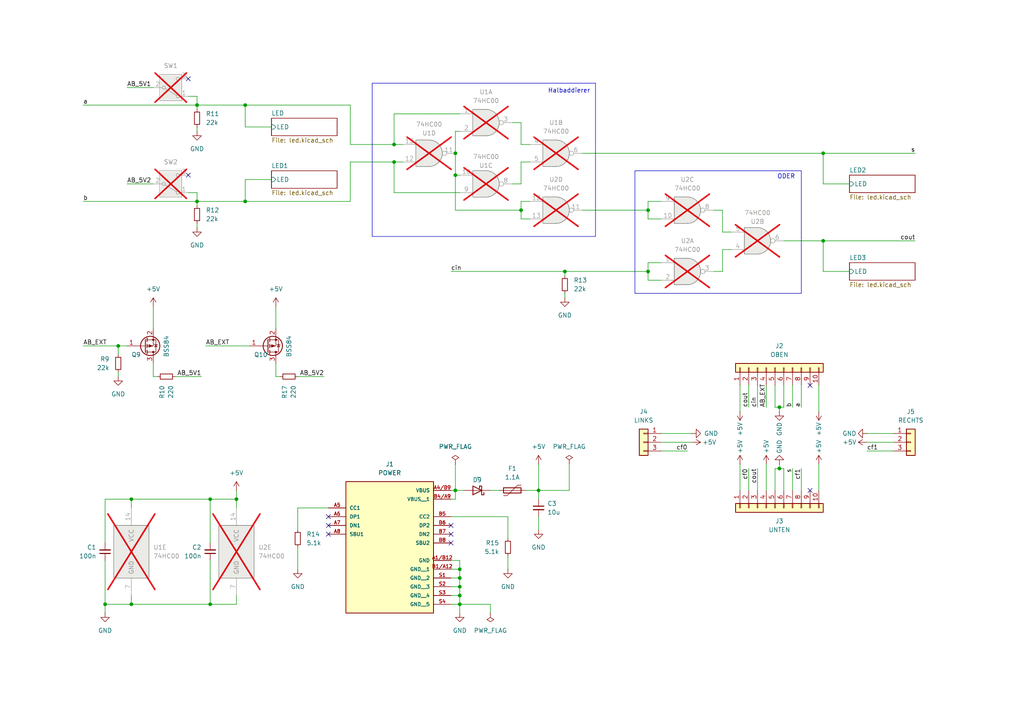
<source format=kicad_sch>
(kicad_sch (version 20250114) (generator "eeschema") (generator_version "9.0")
  (paper "A4")
  (title_block (title "Half Adder PCB") (date "2025-04-10") (rev "1.0") (company "KCH") (comment 1 "KIT - ITIV") (comment 2 "Johannes Pfau"))
  (lib_symbols
    (symbol "74xx:74HC00" (pin_names (offset 1.016))
      (property "Reference" "U" (at 0 1.27 0))
      (property "Value" "74HC00" (at 0 -1.27 0))
      (symbol "74HC00_1_1"
        (arc (start 0 3.81) (mid 3.7934 0) (end 0 -3.81) (stroke (width 0.254)) (fill (type background)))
        (polyline (pts (xy 0 3.81) (xy -3.81 3.81) (xy -3.81 -3.81) (xy 0 -3.81)) (stroke (width 0.254)) (fill (type background)))
        (pin input line (at -7.62 2.54 0) (length 3.81) (name "~") (number "1"))
        (pin input line (at -7.62 -2.54 0) (length 3.81) (name "~") (number "2"))
        (pin output inverted (at 7.62 0 180) (length 3.81) (name "~") (number "3"))
      )
      (symbol "74HC00_1_2"
        (arc (start -3.81 3.81) (mid -2.589 0) (end -3.81 -3.81) (stroke (width 0.254)))
        (polyline (pts (xy -3.81 3.81) (xy -0.635 3.81)) (stroke (width 0.254)) (fill (type background)))
        (polyline (pts (xy -3.81 -3.81) (xy -0.635 -3.81)) (stroke (width 0.254)) (fill (type background)))
        (arc (start 3.81 0) (mid 2.1855 -2.584) (end -0.6096 -3.81) (stroke (width 0.254)) (fill (type background)))
        (arc (start -0.6096 3.81) (mid 2.1928 2.5924) (end 3.81 0) (stroke (width 0.254)) (fill (type background)))
        (polyline (pts (xy -0.635 3.81) (xy -3.81 3.81) (xy -3.81 3.81) (xy -3.556 3.4036) (xy -3.0226 2.2606) (xy -2.6924 1.0414) (xy -2.6162 -0.254) (xy -2.7686 -1.4986) (xy -3.175 -2.7178) (xy -3.81 -3.81) (xy -3.81 -3.81) (xy -0.635 -3.81)) (stroke (width -25.4)) (fill (type background)))
        (pin input inverted (at -7.62 2.54 0) (length 4.318) (name "~") (number "1"))
        (pin input inverted (at -7.62 -2.54 0) (length 4.318) (name "~") (number "2"))
        (pin output line (at 7.62 0 180) (length 3.81) (name "~") (number "3"))
      )
      (symbol "74HC00_2_1"
        (arc (start 0 3.81) (mid 3.7934 0) (end 0 -3.81) (stroke (width 0.254)) (fill (type background)))
        (polyline (pts (xy 0 3.81) (xy -3.81 3.81) (xy -3.81 -3.81) (xy 0 -3.81)) (stroke (width 0.254)) (fill (type background)))
        (pin input line (at -7.62 2.54 0) (length 3.81) (name "~") (number "4"))
        (pin input line (at -7.62 -2.54 0) (length 3.81) (name "~") (number "5"))
        (pin output inverted (at 7.62 0 180) (length 3.81) (name "~") (number "6"))
      )
      (symbol "74HC00_2_2"
        (arc (start -3.81 3.81) (mid -2.589 0) (end -3.81 -3.81) (stroke (width 0.254)))
        (polyline (pts (xy -3.81 3.81) (xy -0.635 3.81)) (stroke (width 0.254)) (fill (type background)))
        (polyline (pts (xy -3.81 -3.81) (xy -0.635 -3.81)) (stroke (width 0.254)) (fill (type background)))
        (arc (start 3.81 0) (mid 2.1855 -2.584) (end -0.6096 -3.81) (stroke (width 0.254)) (fill (type background)))
        (arc (start -0.6096 3.81) (mid 2.1928 2.5924) (end 3.81 0) (stroke (width 0.254)) (fill (type background)))
        (polyline (pts (xy -0.635 3.81) (xy -3.81 3.81) (xy -3.81 3.81) (xy -3.556 3.4036) (xy -3.0226 2.2606) (xy -2.6924 1.0414) (xy -2.6162 -0.254) (xy -2.7686 -1.4986) (xy -3.175 -2.7178) (xy -3.81 -3.81) (xy -3.81 -3.81) (xy -0.635 -3.81)) (stroke (width -25.4)) (fill (type background)))
        (pin input inverted (at -7.62 2.54 0) (length 4.318) (name "~") (number "4"))
        (pin input inverted (at -7.62 -2.54 0) (length 4.318) (name "~") (number "5"))
        (pin output line (at 7.62 0 180) (length 3.81) (name "~") (number "6"))
      )
      (symbol "74HC00_3_1"
        (arc (start 0 3.81) (mid 3.7934 0) (end 0 -3.81) (stroke (width 0.254)) (fill (type background)))
        (polyline (pts (xy 0 3.81) (xy -3.81 3.81) (xy -3.81 -3.81) (xy 0 -3.81)) (stroke (width 0.254)) (fill (type background)))
        (pin input line (at -7.62 2.54 0) (length 3.81) (name "~") (number "9"))
        (pin input line (at -7.62 -2.54 0) (length 3.81) (name "~") (number "10"))
        (pin output inverted (at 7.62 0 180) (length 3.81) (name "~") (number "8"))
      )
      (symbol "74HC00_3_2"
        (arc (start -3.81 3.81) (mid -2.589 0) (end -3.81 -3.81) (stroke (width 0.254)))
        (polyline (pts (xy -3.81 3.81) (xy -0.635 3.81)) (stroke (width 0.254)) (fill (type background)))
        (polyline (pts (xy -3.81 -3.81) (xy -0.635 -3.81)) (stroke (width 0.254)) (fill (type background)))
        (arc (start 3.81 0) (mid 2.1855 -2.584) (end -0.6096 -3.81) (stroke (width 0.254)) (fill (type background)))
        (arc (start -0.6096 3.81) (mid 2.1928 2.5924) (end 3.81 0) (stroke (width 0.254)) (fill (type background)))
        (polyline (pts (xy -0.635 3.81) (xy -3.81 3.81) (xy -3.81 3.81) (xy -3.556 3.4036) (xy -3.0226 2.2606) (xy -2.6924 1.0414) (xy -2.6162 -0.254) (xy -2.7686 -1.4986) (xy -3.175 -2.7178) (xy -3.81 -3.81) (xy -3.81 -3.81) (xy -0.635 -3.81)) (stroke (width -25.4)) (fill (type background)))
        (pin input inverted (at -7.62 2.54 0) (length 4.318) (name "~") (number "9"))
        (pin input inverted (at -7.62 -2.54 0) (length 4.318) (name "~") (number "10"))
        (pin output line (at 7.62 0 180) (length 3.81) (name "~") (number "8"))
      )
      (symbol "74HC00_4_1"
        (arc (start 0 3.81) (mid 3.7934 0) (end 0 -3.81) (stroke (width 0.254)) (fill (type background)))
        (polyline (pts (xy 0 3.81) (xy -3.81 3.81) (xy -3.81 -3.81) (xy 0 -3.81)) (stroke (width 0.254)) (fill (type background)))
        (pin input line (at -7.62 2.54 0) (length 3.81) (name "~") (number "12"))
        (pin input line (at -7.62 -2.54 0) (length 3.81) (name "~") (number "13"))
        (pin output inverted (at 7.62 0 180) (length 3.81) (name "~") (number "11"))
      )
      (symbol "74HC00_4_2"
        (arc (start -3.81 3.81) (mid -2.589 0) (end -3.81 -3.81) (stroke (width 0.254)))
        (polyline (pts (xy -3.81 3.81) (xy -0.635 3.81)) (stroke (width 0.254)) (fill (type background)))
        (polyline (pts (xy -3.81 -3.81) (xy -0.635 -3.81)) (stroke (width 0.254)) (fill (type background)))
        (arc (start 3.81 0) (mid 2.1855 -2.584) (end -0.6096 -3.81) (stroke (width 0.254)) (fill (type background)))
        (arc (start -0.6096 3.81) (mid 2.1928 2.5924) (end 3.81 0) (stroke (width 0.254)) (fill (type background)))
        (polyline (pts (xy -0.635 3.81) (xy -3.81 3.81) (xy -3.81 3.81) (xy -3.556 3.4036) (xy -3.0226 2.2606) (xy -2.6924 1.0414) (xy -2.6162 -0.254) (xy -2.7686 -1.4986) (xy -3.175 -2.7178) (xy -3.81 -3.81) (xy -3.81 -3.81) (xy -0.635 -3.81)) (stroke (width -25.4)) (fill (type background)))
        (pin input inverted (at -7.62 2.54 0) (length 4.318) (name "~") (number "12"))
        (pin input inverted (at -7.62 -2.54 0) (length 4.318) (name "~") (number "13"))
        (pin output line (at 7.62 0 180) (length 3.81) (name "~") (number "11"))
      )
      (symbol "74HC00_5_0"
        (pin power_in line (at 0 12.7 270) (length 5.08) (name "VCC") (number "14"))
        (pin power_in line (at 0 -12.7 90) (length 5.08) (name "GND") (number "7"))
      )
      (symbol "74HC00_5_1"
        (rectangle (start -5.08 7.62) (end 5.08 -7.62) (stroke (width 0.254)) (fill (type background)))
      )
    )
    (symbol "Connector_Generic:Conn_01x03" (pin_names (offset 1.016) (hide yes))
      (property "Reference" "J" (at 0 5.08 0))
      (property "Value" "Conn_01x03" (at 0 -5.08 0))
      (symbol "Conn_01x03_1_1"
        (rectangle (start -1.27 3.81) (end 1.27 -3.81) (stroke (width 0.254)) (fill (type background)))
        (rectangle (start -1.27 2.667) (end 0 2.413) (stroke (width 0.1524)))
        (rectangle (start -1.27 0.127) (end 0 -0.127) (stroke (width 0.1524)))
        (rectangle (start -1.27 -2.413) (end 0 -2.667) (stroke (width 0.1524)))
        (pin passive line (at -5.08 2.54 0) (length 3.81) (name "Pin_1") (number "1"))
        (pin passive line (at -5.08 0 0) (length 3.81) (name "Pin_2") (number "2"))
        (pin passive line (at -5.08 -2.54 0) (length 3.81) (name "Pin_3") (number "3"))
      )
    )
    (symbol "Connector_Generic:Conn_01x10" (pin_names (offset 1.016) (hide yes))
      (property "Reference" "J" (at 0 12.7 0))
      (property "Value" "Conn_01x10" (at 0 -15.24 0))
      (symbol "Conn_01x10_1_1"
        (rectangle (start -1.27 11.43) (end 1.27 -13.97) (stroke (width 0.254)) (fill (type background)))
        (rectangle (start -1.27 10.287) (end 0 10.033) (stroke (width 0.1524)))
        (rectangle (start -1.27 7.747) (end 0 7.493) (stroke (width 0.1524)))
        (rectangle (start -1.27 5.207) (end 0 4.953) (stroke (width 0.1524)))
        (rectangle (start -1.27 2.667) (end 0 2.413) (stroke (width 0.1524)))
        (rectangle (start -1.27 0.127) (end 0 -0.127) (stroke (width 0.1524)))
        (rectangle (start -1.27 -2.413) (end 0 -2.667) (stroke (width 0.1524)))
        (rectangle (start -1.27 -4.953) (end 0 -5.207) (stroke (width 0.1524)))
        (rectangle (start -1.27 -7.493) (end 0 -7.747) (stroke (width 0.1524)))
        (rectangle (start -1.27 -10.033) (end 0 -10.287) (stroke (width 0.1524)))
        (rectangle (start -1.27 -12.573) (end 0 -12.827) (stroke (width 0.1524)))
        (pin passive line (at -5.08 10.16 0) (length 3.81) (name "Pin_1") (number "1"))
        (pin passive line (at -5.08 7.62 0) (length 3.81) (name "Pin_2") (number "2"))
        (pin passive line (at -5.08 5.08 0) (length 3.81) (name "Pin_3") (number "3"))
        (pin passive line (at -5.08 2.54 0) (length 3.81) (name "Pin_4") (number "4"))
        (pin passive line (at -5.08 0 0) (length 3.81) (name "Pin_5") (number "5"))
        (pin passive line (at -5.08 -2.54 0) (length 3.81) (name "Pin_6") (number "6"))
        (pin passive line (at -5.08 -5.08 0) (length 3.81) (name "Pin_7") (number "7"))
        (pin passive line (at -5.08 -7.62 0) (length 3.81) (name "Pin_8") (number "8"))
        (pin passive line (at -5.08 -10.16 0) (length 3.81) (name "Pin_9") (number "9"))
        (pin passive line (at -5.08 -12.7 0) (length 3.81) (name "Pin_10") (number "10"))
      )
    )
    (symbol "Device:C_Small" (pin_numbers (hide yes)) (pin_names (offset 0.254) (hide yes))
      (property "Reference" "C" (at 0.254 1.778 0))
      (property "Value" "C_Small" (at 0.254 -2.032 0))
      (symbol "C_Small_0_1"
        (polyline (pts (xy -1.524 0.508) (xy 1.524 0.508)) (stroke (width 0.3048)))
        (polyline (pts (xy -1.524 -0.508) (xy 1.524 -0.508)) (stroke (width 0.3302)))
      )
      (symbol "C_Small_1_1"
        (pin passive line (at 0 2.54 270) (length 2.032) (name "~") (number "1"))
        (pin passive line (at 0 -2.54 90) (length 2.032) (name "~") (number "2"))
      )
    )
    (symbol "Device:Polyfuse" (pin_numbers (hide yes)) (pin_names (offset 0))
      (property "Reference" "F" (at -2.54 0 90))
      (property "Value" "Polyfuse" (at 2.54 0 90))
      (symbol "Polyfuse_0_1"
        (polyline (pts (xy -1.524 2.54) (xy -1.524 1.524) (xy 1.524 -1.524) (xy 1.524 -2.54)))
        (rectangle (start -0.762 2.54) (end 0.762 -2.54) (stroke (width 0.254)))
        (polyline (pts (xy 0 2.54) (xy 0 -2.54)))
      )
      (symbol "Polyfuse_1_1"
        (pin passive line (at 0 3.81 270) (length 1.27) (name "~") (number "1"))
        (pin passive line (at 0 -3.81 90) (length 1.27) (name "~") (number "2"))
      )
    )
    (symbol "Device:R_Small" (pin_numbers (hide yes)) (pin_names (offset 0.254) (hide yes))
      (property "Reference" "R" (at 0 0 90))
      (property "Value" "R_Small" (at 1.778 0 90))
      (symbol "R_Small_0_1"
        (rectangle (start -0.762 1.778) (end 0.762 -1.778) (stroke (width 0.2032)))
      )
      (symbol "R_Small_1_1"
        (pin passive line (at 0 2.54 270) (length 0.762) (name "~") (number "1"))
        (pin passive line (at 0 -2.54 90) (length 0.762) (name "~") (number "2"))
      )
    )
    (symbol "Diode:B120-E3" (pin_numbers (hide yes)) (pin_names (hide yes))
      (property "Reference" "D" (at 0 2.54 0))
      (property "Value" "B120-E3" (at 0 -2.54 0))
      (symbol "B120-E3_0_1"
        (polyline (pts (xy -1.905 0.635) (xy -1.905 1.27) (xy -1.27 1.27) (xy -1.27 -1.27) (xy -0.635 -1.27) (xy -0.635 -0.635)) (stroke (width 0.254)))
        (polyline (pts (xy 1.27 1.27) (xy 1.27 -1.27) (xy -1.27 0) (xy 1.27 1.27)) (stroke (width 0.254)))
        (polyline (pts (xy 1.27 0) (xy -1.27 0)))
      )
      (symbol "B120-E3_1_1"
        (pin passive line (at -3.81 0 0) (length 2.54) (name "K") (number "1"))
        (pin passive line (at 3.81 0 180) (length 2.54) (name "A") (number "2"))
      )
    )
    (symbol "Switch:SW_SPDT" (pin_names (offset 0) (hide yes))
      (property "Reference" "SW" (at 0 5.08 0))
      (property "Value" "SW_SPDT" (at 0 -5.08 0))
      (symbol "SW_SPDT_0_1"
        (circle (center -2.032 0) (radius 0.4572))
        (polyline (pts (xy -1.651 0.254) (xy 1.651 2.286)))
        (circle (center 2.032 2.54) (radius 0.4572))
        (circle (center 2.032 -2.54) (radius 0.4572))
      )
      (symbol "SW_SPDT_1_1"
        (rectangle (start -3.175 3.81) (end 3.175 -3.81) (fill (type background)))
        (pin passive line (at -5.08 0 0) (length 2.54) (name "B") (number "2"))
        (pin passive line (at 5.08 2.54 180) (length 2.54) (name "A") (number "1"))
        (pin passive line (at 5.08 -2.54 180) (length 2.54) (name "C") (number "3"))
      )
    )
    (symbol "Transistor_FET:BSS84" (pin_names (hide yes))
      (property "Reference" "Q" (at 5.08 1.905 0))
      (property "Value" "BSS84" (at 5.08 0 0))
      (symbol "BSS84_0_1"
        (polyline (pts (xy 0.254 1.905) (xy 0.254 -1.905)) (stroke (width 0.254)))
        (polyline (pts (xy 0.254 0) (xy -2.54 0)))
        (polyline (pts (xy 0.762 2.286) (xy 0.762 1.27)) (stroke (width 0.254)))
        (polyline (pts (xy 0.762 1.778) (xy 3.302 1.778) (xy 3.302 -1.778) (xy 0.762 -1.778)))
        (polyline (pts (xy 0.762 0.508) (xy 0.762 -0.508)) (stroke (width 0.254)))
        (polyline (pts (xy 0.762 -1.27) (xy 0.762 -2.286)) (stroke (width 0.254)))
        (circle (center 1.651 0) (radius 2.794) (stroke (width 0.254)))
        (polyline (pts (xy 2.286 0) (xy 1.27 0.381) (xy 1.27 -0.381) (xy 2.286 0)) (fill (type outline)))
        (polyline (pts (xy 2.54 2.54) (xy 2.54 1.778)))
        (circle (center 2.54 1.778) (radius 0.254) (fill (type outline)))
        (circle (center 2.54 -1.778) (radius 0.254) (fill (type outline)))
        (polyline (pts (xy 2.54 -2.54) (xy 2.54 0) (xy 0.762 0)))
        (polyline (pts (xy 2.794 -0.508) (xy 2.921 -0.381) (xy 3.683 -0.381) (xy 3.81 -0.254)))
        (polyline (pts (xy 3.302 -0.381) (xy 2.921 0.254) (xy 3.683 0.254) (xy 3.302 -0.381)))
      )
      (symbol "BSS84_1_1"
        (pin input line (at -5.08 0 0) (length 2.54) (name "G") (number "1"))
        (pin passive line (at 2.54 5.08 270) (length 2.54) (name "D") (number "3"))
        (pin passive line (at 2.54 -5.08 90) (length 2.54) (name "S") (number "2"))
      )
    )
    (symbol "power:+5V" (power) (pin_numbers (hide yes)) (pin_names (offset 0) (hide yes))
      (property "Value" "+5V" (at 0 3.556 0))
      (symbol "+5V_0_1"
        (polyline (pts (xy -0.762 1.27) (xy 0 2.54)))
        (polyline (pts (xy 0 2.54) (xy 0.762 1.27)))
        (polyline (pts (xy 0 0) (xy 0 2.54)))
      )
      (symbol "+5V_1_1"
        (pin power_in line (at 0 0 90) (length 0) (name "~") (number "1"))
      )
    )
    (symbol "power:GND" (power) (pin_numbers (hide yes)) (pin_names (offset 0) (hide yes))
      (property "Value" "GND" (at 0 -3.81 0))
      (symbol "GND_0_1"
        (polyline (pts (xy 0 0) (xy 0 -1.27) (xy 1.27 -1.27) (xy 0 -2.54) (xy -1.27 -1.27) (xy 0 -1.27)))
      )
      (symbol "GND_1_1"
        (pin power_in line (at 0 0 270) (length 0) (name "~") (number "1"))
      )
    )
    (symbol "power:PWR_FLAG" (power) (pin_numbers (hide yes)) (pin_names (offset 0) (hide yes))
      (property "Value" "PWR_FLAG" (at 0 3.81 0))
      (symbol "PWR_FLAG_0_0"
        (pin power_out line (at 0 0 90) (length 0) (name "~") (number "1"))
      )
      (symbol "PWR_FLAG_0_1"
        (polyline (pts (xy 0 0) (xy 0 1.27) (xy -1.016 1.905) (xy 0 2.54) (xy 1.016 1.905) (xy 0 1.27)))
      )
    )
    (symbol "snapeda:USB4110-GF-A_REVB" (pin_names (offset 1.016))
      (property "Reference" "J" (at -12.7 11.43 0))
      (property "Value" "USB4110-GF-A_REVB" (at -12.7 -30.48 0))
      (symbol "USB4110-GF-A_REVB_0_0"
        (rectangle (start -12.7 -27.94) (end 12.7 10.16) (stroke (width 0.254)) (fill (type background)))
        (pin bidirectional line (at -17.78 2.54 0) (length 5.08) (name "CC1") (number "A5"))
        (pin bidirectional line (at -17.78 0 0) (length 5.08) (name "DP1") (number "A6"))
        (pin bidirectional line (at -17.78 -2.54 0) (length 5.08) (name "DN1") (number "A7"))
        (pin bidirectional line (at -17.78 -5.08 0) (length 5.08) (name "SBU1") (number "A8"))
        (pin power_in line (at 17.78 7.62 180) (length 5.08) (name "VBUS") (number "A4/B9"))
        (pin power_in line (at 17.78 5.08 180) (length 5.08) (name "VBUS__1") (number "B4/A9"))
        (pin bidirectional line (at 17.78 0 180) (length 5.08) (name "CC2") (number "B5"))
        (pin bidirectional line (at 17.78 -2.54 180) (length 5.08) (name "DP2") (number "B6"))
        (pin bidirectional line (at 17.78 -5.08 180) (length 5.08) (name "DN2") (number "B7"))
        (pin bidirectional line (at 17.78 -7.62 180) (length 5.08) (name "SBU2") (number "B8"))
        (pin power_in line (at 17.78 -12.7 180) (length 5.08) (name "GND") (number "A1/B12"))
        (pin power_in line (at 17.78 -15.24 180) (length 5.08) (name "GND__1") (number "B1/A12"))
        (pin power_in line (at 17.78 -17.78 180) (length 5.08) (name "GND__2") (number "S1"))
        (pin power_in line (at 17.78 -20.32 180) (length 5.08) (name "GND__3") (number "S2"))
        (pin power_in line (at 17.78 -22.86 180) (length 5.08) (name "GND__4") (number "S3"))
        (pin power_in line (at 17.78 -25.4 180) (length 5.08) (name "GND__5") (number "S4"))
      )
    )
  )
  (rectangle (start 184.15 49.53) (end 232.41 85.09))
  (rectangle (start 107.95 24.13) (end 172.72 68.58))
  (text "Halbaddierer" (at 171.196 26.416 0) (effects (font (size 1.27 1.27)) (justify right)))
  (text "ODER" (at 230.632 51.308 0) (effects (font (size 1.27 1.27)) (justify right)))
  (junction (at 187.96 60.96))
  (junction (at 133.35 172.72))
  (junction (at 132.08 50.8))
  (junction (at 133.35 165.1))
  (junction (at 133.35 170.18))
  (junction (at 38.1 144.78))
  (junction (at 34.29 100.33))
  (junction (at 156.21 142.24))
  (junction (at 30.48 175.26))
  (junction (at 114.3 46.99))
  (junction (at 226.06 118.11))
  (junction (at 38.1 175.26))
  (junction (at 133.35 167.64))
  (junction (at 151.13 60.96))
  (junction (at 226.06 135.89))
  (junction (at 187.96 78.74))
  (junction (at 57.15 30.48))
  (junction (at 60.96 144.78))
  (junction (at 133.35 175.26))
  (junction (at 132.08 142.24))
  (junction (at 71.12 30.48))
  (junction (at 68.58 144.78))
  (junction (at 132.08 44.45))
  (junction (at 71.12 58.42))
  (junction (at 60.96 175.26))
  (junction (at 238.76 69.85))
  (junction (at 57.15 58.42))
  (junction (at 238.76 44.45))
  (junction (at 163.83 78.74))
  (junction (at 114.3 41.91))
  (no_connect (at 130.81 157.48))
  (no_connect (at 54.61 22.86))
  (no_connect (at 95.25 149.86))
  (no_connect (at 234.95 142.24))
  (no_connect (at 54.61 50.8))
  (no_connect (at 234.95 111.76))
  (no_connect (at 130.81 154.94))
  (no_connect (at 130.81 152.4))
  (no_connect (at 95.25 154.94))
  (no_connect (at 95.25 152.4))
  (wire (pts (xy 114.3 55.88) (xy 114.3 46.99)))
  (wire (pts (xy 78.74 36.83) (xy 71.12 36.83)))
  (wire (pts (xy 163.83 78.74) (xy 187.96 78.74)))
  (wire (pts (xy 86.36 147.32) (xy 86.36 153.67)))
  (wire (pts (xy 54.61 27.94) (xy 57.15 27.94)))
  (wire (pts (xy 36.83 25.4) (xy 44.45 25.4)))
  (wire (pts (xy 30.48 175.26) (xy 30.48 177.8)))
  (wire (pts (xy 156.21 149.86) (xy 156.21 153.67)))
  (wire (pts (xy 133.35 175.26) (xy 142.24 175.26)))
  (wire (pts (xy 229.87 111.76) (xy 229.87 118.11)))
  (wire (pts (xy 44.45 105.41) (xy 44.45 109.22)))
  (wire (pts (xy 251.46 130.81) (xy 259.08 130.81)))
  (wire (pts (xy 38.1 175.26) (xy 60.96 175.26)))
  (wire (pts (xy 130.81 149.86) (xy 147.32 149.86)))
  (wire (pts (xy 30.48 157.48) (xy 30.48 144.78)))
  (wire (pts (xy 132.08 44.45) (xy 132.08 50.8)))
  (wire (pts (xy 207.01 60.96) (xy 209.55 60.96)))
  (wire (pts (xy 163.83 85.09) (xy 163.83 86.36)))
  (wire (pts (xy 153.67 46.99) (xy 151.13 46.99)))
  (wire (pts (xy 187.96 63.5) (xy 191.77 63.5)))
  (wire (pts (xy 165.1 134.62) (xy 165.1 142.24)))
  (wire (pts (xy 226.06 135.89) (xy 226.06 134.62)))
  (wire (pts (xy 130.81 167.64) (xy 133.35 167.64)))
  (wire (pts (xy 226.06 118.11) (xy 226.06 119.38)))
  (wire (pts (xy 209.55 72.39) (xy 212.09 72.39)))
  (wire (pts (xy 34.29 107.95) (xy 34.29 109.22)))
  (wire (pts (xy 214.63 111.76) (xy 214.63 119.38)))
  (wire (pts (xy 214.63 142.24) (xy 214.63 134.62)))
  (wire (pts (xy 133.35 162.56) (xy 133.35 165.1)))
  (wire (pts (xy 24.13 30.48) (xy 57.15 30.48)))
  (wire (pts (xy 152.4 142.24) (xy 156.21 142.24)))
  (wire (pts (xy 227.33 69.85) (xy 238.76 69.85)))
  (wire (pts (xy 132.08 142.24) (xy 134.62 142.24)))
  (wire (pts (xy 219.71 142.24) (xy 219.71 135.89)))
  (wire (pts (xy 133.35 175.26) (xy 133.35 177.8)))
  (wire (pts (xy 86.36 158.75) (xy 86.36 165.1)))
  (wire (pts (xy 191.77 58.42) (xy 187.96 58.42)))
  (wire (pts (xy 57.15 30.48) (xy 57.15 31.75)))
  (wire (pts (xy 57.15 64.77) (xy 57.15 66.04)))
  (wire (pts (xy 151.13 53.34) (xy 148.59 53.34)))
  (wire (pts (xy 114.3 46.99) (xy 116.84 46.99)))
  (wire (pts (xy 151.13 41.91) (xy 153.67 41.91)))
  (wire (pts (xy 156.21 142.24) (xy 156.21 144.78)))
  (wire (pts (xy 209.55 78.74) (xy 209.55 72.39)))
  (wire (pts (xy 57.15 55.88) (xy 57.15 58.42)))
  (wire (pts (xy 187.96 78.74) (xy 187.96 81.28)))
  (wire (pts (xy 229.87 142.24) (xy 229.87 135.89)))
  (wire (pts (xy 57.15 58.42) (xy 57.15 59.69)))
  (wire (pts (xy 246.38 53.34) (xy 238.76 53.34)))
  (wire (pts (xy 132.08 134.62) (xy 132.08 142.24)))
  (wire (pts (xy 57.15 58.42) (xy 71.12 58.42)))
  (wire (pts (xy 132.08 38.1) (xy 132.08 44.45)))
  (wire (pts (xy 209.55 60.96) (xy 209.55 67.31)))
  (wire (pts (xy 147.32 149.86) (xy 147.32 156.21)))
  (wire (pts (xy 30.48 144.78) (xy 38.1 144.78)))
  (wire (pts (xy 163.83 78.74) (xy 163.83 80.01)))
  (wire (pts (xy 133.35 55.88) (xy 114.3 55.88)))
  (wire (pts (xy 187.96 58.42) (xy 187.96 60.96)))
  (wire (pts (xy 133.35 165.1) (xy 133.35 167.64)))
  (wire (pts (xy 142.24 175.26) (xy 142.24 177.8)))
  (wire (pts (xy 165.1 142.24) (xy 156.21 142.24)))
  (wire (pts (xy 217.17 142.24) (xy 217.17 135.89)))
  (wire (pts (xy 68.58 175.26) (xy 68.58 172.72)))
  (wire (pts (xy 151.13 35.56) (xy 151.13 41.91)))
  (wire (pts (xy 156.21 134.62) (xy 156.21 142.24)))
  (wire (pts (xy 132.08 38.1) (xy 133.35 38.1)))
  (wire (pts (xy 187.96 60.96) (xy 187.96 63.5)))
  (wire (pts (xy 217.17 111.76) (xy 217.17 118.11)))
  (wire (pts (xy 60.96 175.26) (xy 68.58 175.26)))
  (wire (pts (xy 238.76 69.85) (xy 265.43 69.85)))
  (wire (pts (xy 238.76 44.45) (xy 265.43 44.45)))
  (wire (pts (xy 59.69 100.33) (xy 72.39 100.33)))
  (wire (pts (xy 54.61 55.88) (xy 57.15 55.88)))
  (wire (pts (xy 222.25 142.24) (xy 222.25 134.62)))
  (wire (pts (xy 44.45 109.22) (xy 45.72 109.22)))
  (wire (pts (xy 71.12 58.42) (xy 101.6 58.42)))
  (wire (pts (xy 130.81 162.56) (xy 133.35 162.56)))
  (wire (pts (xy 147.32 161.29) (xy 147.32 165.1)))
  (wire (pts (xy 226.06 118.11) (xy 227.33 118.11)))
  (wire (pts (xy 142.24 142.24) (xy 144.78 142.24)))
  (wire (pts (xy 133.35 172.72) (xy 133.35 175.26)))
  (wire (pts (xy 251.46 128.27) (xy 259.08 128.27)))
  (wire (pts (xy 151.13 63.5) (xy 153.67 63.5)))
  (wire (pts (xy 30.48 162.56) (xy 30.48 175.26)))
  (wire (pts (xy 191.77 76.2) (xy 187.96 76.2)))
  (wire (pts (xy 30.48 175.26) (xy 38.1 175.26)))
  (wire (pts (xy 224.79 111.76) (xy 224.79 118.11)))
  (wire (pts (xy 60.96 157.48) (xy 60.96 144.78)))
  (wire (pts (xy 130.81 172.72) (xy 133.35 172.72)))
  (wire (pts (xy 80.01 88.9) (xy 80.01 95.25)))
  (wire (pts (xy 130.81 175.26) (xy 133.35 175.26)))
  (wire (pts (xy 227.33 135.89) (xy 226.06 135.89)))
  (wire (pts (xy 80.01 109.22) (xy 81.28 109.22)))
  (wire (pts (xy 200.66 125.73) (xy 191.77 125.73)))
  (wire (pts (xy 68.58 142.24) (xy 68.58 144.78)))
  (wire (pts (xy 237.49 134.62) (xy 237.49 142.24)))
  (wire (pts (xy 130.81 165.1) (xy 133.35 165.1)))
  (wire (pts (xy 71.12 36.83) (xy 71.12 30.48)))
  (wire (pts (xy 50.8 109.22) (xy 58.42 109.22)))
  (wire (pts (xy 44.45 88.9) (xy 44.45 95.25)))
  (wire (pts (xy 101.6 41.91) (xy 114.3 41.91)))
  (wire (pts (xy 101.6 46.99) (xy 114.3 46.99)))
  (wire (pts (xy 219.71 111.76) (xy 219.71 118.11)))
  (wire (pts (xy 114.3 33.02) (xy 114.3 41.91)))
  (wire (pts (xy 187.96 81.28) (xy 191.77 81.28)))
  (wire (pts (xy 168.91 44.45) (xy 238.76 44.45)))
  (wire (pts (xy 38.1 172.72) (xy 38.1 175.26)))
  (wire (pts (xy 224.79 142.24) (xy 224.79 135.89)))
  (wire (pts (xy 227.33 118.11) (xy 227.33 111.76)))
  (wire (pts (xy 34.29 100.33) (xy 36.83 100.33)))
  (wire (pts (xy 246.38 78.74) (xy 238.76 78.74)))
  (wire (pts (xy 38.1 144.78) (xy 60.96 144.78)))
  (wire (pts (xy 57.15 30.48) (xy 71.12 30.48)))
  (wire (pts (xy 101.6 41.91) (xy 101.6 30.48)))
  (wire (pts (xy 71.12 52.07) (xy 71.12 58.42)))
  (wire (pts (xy 60.96 144.78) (xy 68.58 144.78)))
  (wire (pts (xy 34.29 100.33) (xy 34.29 102.87)))
  (wire (pts (xy 224.79 135.89) (xy 226.06 135.89)))
  (wire (pts (xy 238.76 69.85) (xy 238.76 78.74)))
  (wire (pts (xy 133.35 170.18) (xy 133.35 172.72)))
  (wire (pts (xy 130.81 142.24) (xy 132.08 142.24)))
  (wire (pts (xy 238.76 44.45) (xy 238.76 53.34)))
  (wire (pts (xy 24.13 100.33) (xy 34.29 100.33)))
  (wire (pts (xy 224.79 118.11) (xy 226.06 118.11)))
  (wire (pts (xy 133.35 33.02) (xy 114.3 33.02)))
  (wire (pts (xy 227.33 142.24) (xy 227.33 135.89)))
  (wire (pts (xy 101.6 46.99) (xy 101.6 58.42)))
  (wire (pts (xy 132.08 60.96) (xy 132.08 50.8)))
  (wire (pts (xy 130.81 170.18) (xy 133.35 170.18)))
  (wire (pts (xy 232.41 142.24) (xy 232.41 135.89)))
  (wire (pts (xy 148.59 35.56) (xy 151.13 35.56)))
  (wire (pts (xy 200.66 128.27) (xy 191.77 128.27)))
  (wire (pts (xy 130.81 78.74) (xy 163.83 78.74)))
  (wire (pts (xy 95.25 147.32) (xy 86.36 147.32)))
  (wire (pts (xy 86.36 109.22) (xy 93.98 109.22)))
  (wire (pts (xy 187.96 76.2) (xy 187.96 78.74)))
  (wire (pts (xy 151.13 46.99) (xy 151.13 53.34)))
  (wire (pts (xy 207.01 78.74) (xy 209.55 78.74)))
  (wire (pts (xy 57.15 27.94) (xy 57.15 30.48)))
  (wire (pts (xy 209.55 67.31) (xy 212.09 67.31)))
  (wire (pts (xy 114.3 41.91) (xy 116.84 41.91)))
  (wire (pts (xy 36.83 53.34) (xy 44.45 53.34)))
  (wire (pts (xy 24.13 58.42) (xy 57.15 58.42)))
  (wire (pts (xy 71.12 30.48) (xy 101.6 30.48)))
  (wire (pts (xy 80.01 105.41) (xy 80.01 109.22)))
  (wire (pts (xy 38.1 147.32) (xy 38.1 144.78)))
  (wire (pts (xy 153.67 58.42) (xy 151.13 58.42)))
  (wire (pts (xy 222.25 111.76) (xy 222.25 118.11)))
  (wire (pts (xy 199.39 130.81) (xy 191.77 130.81)))
  (wire (pts (xy 133.35 50.8) (xy 132.08 50.8)))
  (wire (pts (xy 151.13 60.96) (xy 151.13 63.5)))
  (wire (pts (xy 68.58 144.78) (xy 68.58 147.32)))
  (wire (pts (xy 151.13 60.96) (xy 132.08 60.96)))
  (wire (pts (xy 151.13 58.42) (xy 151.13 60.96)))
  (wire (pts (xy 232.41 111.76) (xy 232.41 118.11)))
  (wire (pts (xy 237.49 111.76) (xy 237.49 119.38)))
  (wire (pts (xy 57.15 36.83) (xy 57.15 38.1)))
  (wire (pts (xy 130.81 144.78) (xy 132.08 144.78)))
  (wire (pts (xy 168.91 60.96) (xy 187.96 60.96)))
  (wire (pts (xy 132.08 144.78) (xy 132.08 142.24)))
  (wire (pts (xy 251.46 125.73) (xy 259.08 125.73)))
  (wire (pts (xy 78.74 52.07) (xy 71.12 52.07)))
  (wire (pts (xy 133.35 167.64) (xy 133.35 170.18)))
  (wire (pts (xy 60.96 162.56) (xy 60.96 175.26)))
  (label "cin" (at 130.81 78.74 0))
  (label "s" (at 229.87 135.89 270))
  (label "cout" (at 217.17 118.11 90))
  (label "cf1" (at 232.41 135.89 270))
  (label "AB_EXT" (at 59.69 100.33 0))
  (label "AB_5V2" (at 36.83 53.34 0))
  (label "cf0" (at 217.17 135.89 270))
  (label "s" (at 265.43 44.45 180))
  (label "AB_5V2" (at 93.98 109.22 180))
  (label "cout" (at 219.71 135.89 270))
  (label "cout" (at 265.43 69.85 180))
  (label "AB_EXT" (at 222.25 118.11 90))
  (label "b" (at 24.13 58.42 0))
  (label "a" (at 24.13 30.48 0))
  (label "cin" (at 219.71 118.11 90))
  (label "cf0" (at 199.39 130.81 180))
  (label "AB_5V1" (at 58.42 109.22 180))
  (label "b" (at 229.87 118.11 90))
  (label "AB_EXT" (at 24.13 100.33 0))
  (label "AB_5V1" (at 36.83 25.4 0))
  (label "a" (at 232.41 118.11 90))
  (label "cf1" (at 251.46 130.81 0))
  (symbol (lib_id "Switch:SW_SPDT") (at 49.53 25.4 0) (mirror x) (unit 1) (dnp yes)
    (property "Reference" "SW1" (at 49.53 19.05 0))
    (property "Value" "a" (effects (hide yes)))
    (property "Footprint" "Button_Switch_THT:SW_Slide-03_Wuerth-WS-SLTV_10x2.5x6.4_P2.54mm" (effects (hide yes)))
    (property "Description" "Switch, single pole double throw" (effects (hide yes)))
    (property "AILSER_MPN" "ESP1010" (effects (hide yes)))
  )
  (symbol (lib_id "power:+5V") (at 251.46 128.27 90) (unit 1)
    (property "Reference" "#PWR034" (effects (hide yes)))
    (property "Value" "+5V" (at 246.38 128.27 90))
    (property "Description" "Power symbol creates a global label with name \"+5V\"" (effects (hide yes)))
  )
  (symbol (lib_id "Device:R_Small") (at 34.29 105.41 0) (mirror y) (unit 1)
    (property "Reference" "R9" (at 31.75 104.1399 0) (effects (justify left)))
    (property "Value" "22k" (at 31.75 106.6799 0) (effects (justify left)))
    (property "Footprint" "Resistor_SMD:R_0805_2012Metric" (effects (hide yes)))
    (property "Description" "Resistor, small symbol" (effects (hide yes)))
    (property "AILSER_MPN" "22k 0805" (effects (hide yes)))
    (property "LCSC" "C139902" (effects (hide yes)))
  )
  (symbol (lib_id "power:GND") (at 30.48 177.8 0) (unit 1)
    (property "Reference" "#PWR02" (effects (hide yes)))
    (property "Value" "GND" (at 30.48 182.88 0))
    (property "Description" "Power symbol creates a global label with name \"GND\" , ground" (effects (hide yes)))
  )
  (symbol (lib_id "power:+5V") (at 80.01 88.9 0) (unit 1)
    (property "Reference" "#PWR041" (effects (hide yes)))
    (property "Value" "+5V" (at 80.01 83.82 0))
    (property "Description" "Power symbol creates a global label with name \"+5V\"" (effects (hide yes)))
  )
  (symbol (lib_id "power:GND") (at 57.15 38.1 0) (unit 1)
    (property "Reference" "#PWR021" (effects (hide yes)))
    (property "Value" "GND" (at 57.15 43.18 0))
    (property "Description" "Power symbol creates a global label with name \"GND\" , ground" (effects (hide yes)))
  )
  (symbol (lib_id "power:GND") (at 86.36 165.1 0) (mirror y) (unit 1)
    (property "Reference" "#PWR025" (effects (hide yes)))
    (property "Value" "GND" (at 86.36 170.18 0))
    (property "Description" "Power symbol creates a global label with name \"GND\" , ground" (effects (hide yes)))
  )
  (symbol (lib_id "74xx:74HC00") (at 199.39 78.74 0) (unit 1) (dnp yes)
    (property "Reference" "U2" (at 199.3817 69.85 0))
    (property "Value" "74HC00" (at 199.3817 72.39 0))
    (property "Footprint" "Package_DIP:DIP-14_W7.62mm" (effects (hide yes)))
    (property "Datasheet" "http://www.ti.com/lit/gpn/sn74hc00" (effects (hide yes)))
    (property "Description" "quad 2-input NAND gate" (effects (hide yes)))
    (property "AILSER_MPN" "74HC00" (effects (hide yes)))
    (property "MPN" "74HC00" (effects (hide yes)))
  )
  (symbol (lib_id "power:+5V") (at 222.25 134.62 0) (mirror y) (unit 1)
    (property "Reference" "#PWR033" (effects (hide yes)))
    (property "Value" "+5V" (at 222.25 129.54 90))
    (property "Description" "Power symbol creates a global label with name \"+5V\"" (effects (hide yes)))
  )
  (symbol (lib_id "74xx:74HC00") (at 124.46 44.45 0) (mirror x) (unit 4) (dnp yes)
    (property "Reference" "U1" (at 124.46 38.608 0))
    (property "Value" "74HC00" (at 124.46 36.068 0))
    (property "Footprint" "Package_DIP:DIP-14_W7.62mm" (effects (hide yes)))
    (property "Datasheet" "http://www.ti.com/lit/gpn/sn74hc00" (effects (hide yes)))
    (property "Description" "quad 2-input NAND gate" (effects (hide yes)))
    (property "AILSER_MPN" "74HC00" (effects (hide yes)))
    (property "MPN" "74HC00" (effects (hide yes)))
  )
  (symbol (lib_id "74xx:74HC00") (at 161.29 60.96 0) (unit 4) (dnp yes)
    (property "Reference" "U2" (at 161.2817 52.07 0))
    (property "Value" "74HC00" (at 161.2817 54.61 0))
    (property "Footprint" "Package_DIP:DIP-14_W7.62mm" (effects (hide yes)))
    (property "Datasheet" "http://www.ti.com/lit/gpn/sn74hc00" (effects (hide yes)))
    (property "Description" "quad 2-input NAND gate" (effects (hide yes)))
    (property "AILSER_MPN" "74HC00" (effects (hide yes)))
    (property "MPN" "74HC00" (effects (hide yes)))
  )
  (symbol (lib_id "74xx:74HC00") (at 140.97 53.34 0) (mirror x) (unit 3) (dnp yes)
    (property "Reference" "U1" (at 140.97 48.006 0))
    (property "Value" "74HC00" (at 140.97 45.466 0))
    (property "Footprint" "Package_DIP:DIP-14_W7.62mm" (effects (hide yes)))
    (property "Datasheet" "http://www.ti.com/lit/gpn/sn74hc00" (effects (hide yes)))
    (property "Description" "quad 2-input NAND gate" (effects (hide yes)))
    (property "AILSER_MPN" "74HC00" (effects (hide yes)))
    (property "MPN" "74HC00" (effects (hide yes)))
  )
  (symbol (lib_id "power:+5V") (at 68.58 142.24 0) (unit 1)
    (property "Reference" "#PWR01" (effects (hide yes)))
    (property "Value" "+5V" (at 68.58 137.16 0))
    (property "Description" "Power symbol creates a global label with name \"+5V\"" (effects (hide yes)))
  )
  (symbol (lib_id "power:+5V") (at 156.21 134.62 0) (unit 1)
    (property "Reference" "#PWR028" (effects (hide yes)))
    (property "Value" "+5V" (at 156.21 129.54 0))
    (property "Description" "Power symbol creates a global label with name \"+5V\"" (effects (hide yes)))
  )
  (symbol (lib_id "Switch:SW_SPDT") (at 49.53 53.34 0) (mirror x) (unit 1) (dnp yes)
    (property "Reference" "SW2" (at 49.53 46.99 0))
    (property "Value" "b" (effects (hide yes)))
    (property "Footprint" "Button_Switch_THT:SW_Slide-03_Wuerth-WS-SLTV_10x2.5x6.4_P2.54mm" (effects (hide yes)))
    (property "Description" "Switch, single pole double throw" (effects (hide yes)))
    (property "AILSER_MPN" "ESP1010" (effects (hide yes)))
  )
  (symbol (lib_id "Connector_Generic:Conn_01x03") (at 186.69 128.27 0) (mirror y) (unit 1)
    (property "Reference" "J4" (at 186.69 119.38 0))
    (property "Value" "LINKS" (at 186.69 121.92 0))
    (property "Footprint" "Connector_PinHeader_2.54mm:PinHeader_1x03_P2.54mm_Horizontal" (effects (hide yes)))
    (property "Description" "Generic connector, single row, 01x03, script generated (kicad-library-utils/schlib/autogen/connector/)" (effects (hide yes)))
    (property "AILSER_MPN" "PH1RB-03-UA" (effects (hide yes)))
    (property "MPN" "PH1RB-03-UA" (effects (hide yes)))
    (property "LCSC" "C492411" (effects (hide yes)))
  )
  (symbol (lib_id "Device:R_Small") (at 48.26 109.22 90) (mirror x) (unit 1)
    (property "Reference" "R10" (at 46.9899 111.76 0) (effects (justify left)))
    (property "Value" "220" (at 49.5299 111.76 0) (effects (justify left)))
    (property "Footprint" "Resistor_SMD:R_0805_2012Metric" (effects (hide yes)))
    (property "Description" "Resistor, small symbol" (effects (hide yes)))
    (property "AILSER_MPN" "220 0805" (effects (hide yes)))
    (property "LCSC" "C2933537" (effects (hide yes)))
  )
  (symbol (lib_id "power:GND") (at 251.46 125.73 270) (unit 1)
    (property "Reference" "#PWR035" (effects (hide yes)))
    (property "Value" "GND" (at 248.412 125.73 90) (effects (justify right)))
    (property "Description" "Power symbol creates a global label with name \"GND\" , ground" (effects (hide yes)))
  )
  (symbol (lib_id "Device:R_Small") (at 57.15 34.29 0) (unit 1)
    (property "Reference" "R11" (at 59.69 33.0199 0) (effects (justify left)))
    (property "Value" "22k" (at 59.69 35.5599 0) (effects (justify left)))
    (property "Footprint" "Resistor_SMD:R_0805_2012Metric" (effects (hide yes)))
    (property "Description" "Resistor, small symbol" (effects (hide yes)))
    (property "AILSER_MPN" "22k 0805" (effects (hide yes)))
    (property "LCSC" "C139902" (effects (hide yes)))
  )
  (symbol (lib_id "Connector_Generic:Conn_01x10") (at 224.79 106.68 90) (unit 1)
    (property "Reference" "J2" (at 226.06 100.33 90))
    (property "Value" "OBEN" (at 226.06 102.87 90))
    (property "Footprint" "Connector_PinSocket_2.54mm:PinSocket_1x10_P2.54mm_Horizontal" (effects (hide yes)))
    (property "Description" "Generic connector, single row, 01x10, script generated (kicad-library-utils/schlib/autogen/connector/)" (effects (hide yes)))
    (property "AILSER_MPN" "PPTC101LGBN-RC" (effects (hide yes)))
    (property "MPN" "PPTC101LGBN-RC" (effects (hide yes)))
    (property "LCSC" "C22438151" (effects (hide yes)))
  )
  (symbol (lib_id "Transistor_FET:BSS84") (at 41.91 100.33 0) (mirror x) (unit 1)
    (property "Reference" "Q9" (at 38.1 102.87 0) (effects (justify left)))
    (property "Value" "BSS84" (at 48.26 97.282 90) (effects (justify left)))
    (property "Footprint" "Package_TO_SOT_SMD:SOT-23" (effects (hide yes)))
    (property "Datasheet" "http://assets.nexperia.com/documents/data-sheet/BSS84.pdf" (effects (hide yes)))
    (property "Description" "-0.13A Id, -50V Vds, P-Channel MOSFET, SOT-23" (effects (hide yes)))
    (property "AILSER_MPN" "BSS84" (effects (hide yes)))
    (property "MPN" "BSS84P" (effects (hide yes)))
    (property "LCSC" " C112238" (effects (hide yes)))
  )
  (symbol (lib_id "power:GND") (at 156.21 153.67 0) (unit 1)
    (property "Reference" "#PWR027" (effects (hide yes)))
    (property "Value" "GND" (at 156.21 158.75 0))
    (property "Description" "Power symbol creates a global label with name \"GND\" , ground" (effects (hide yes)))
  )
  (symbol (lib_id "Device:C_Small") (at 30.48 160.02 0) (mirror x) (unit 1)
    (property "Reference" "C1" (at 27.94 158.7435 0) (effects (justify right)))
    (property "Value" "100n" (at 27.94 161.2835 0) (effects (justify right)))
    (property "Footprint" "Capacitor_SMD:C_0805_2012Metric" (effects (hide yes)))
    (property "Description" "Unpolarized capacitor, small symbol" (effects (hide yes)))
    (property "AILSER_MPN" "100nF 50V X5R 0805" (effects (hide yes)))
    (property "LCSC" "C476766" (effects (hide yes)))
  )
  (symbol (lib_id "power:+5V") (at 214.63 119.38 180) (unit 1)
    (property "Reference" "#PWR029" (effects (hide yes)))
    (property "Value" "+5V" (at 214.63 124.46 90))
    (property "Description" "Power symbol creates a global label with name \"+5V\"" (effects (hide yes)))
  )
  (symbol (lib_id "power:GND") (at 133.35 177.8 0) (unit 1)
    (property "Reference" "#PWR024" (effects (hide yes)))
    (property "Value" "GND" (at 133.35 182.88 0))
    (property "Description" "Power symbol creates a global label with name \"GND\" , ground" (effects (hide yes)))
  )
  (symbol (lib_id "power:+5V") (at 237.49 119.38 180) (unit 1)
    (property "Reference" "#PWR038" (effects (hide yes)))
    (property "Value" "+5V" (at 237.49 124.46 90))
    (property "Description" "Power symbol creates a global label with name \"+5V\"" (effects (hide yes)))
  )
  (symbol (lib_id "power:+5V") (at 237.49 134.62 0) (unit 1)
    (property "Reference" "#PWR039" (effects (hide yes)))
    (property "Value" "+5V" (at 237.49 129.54 90))
    (property "Description" "Power symbol creates a global label with name \"+5V\"" (effects (hide yes)))
  )
  (symbol (lib_id "power:GND") (at 226.06 119.38 0) (unit 1)
    (property "Reference" "#PWR030" (effects (hide yes)))
    (property "Value" "GND" (at 226.06 124.46 90))
    (property "Description" "Power symbol creates a global label with name \"GND\" , ground" (effects (hide yes)))
  )
  (symbol (lib_id "power:GND") (at 147.32 165.1 0) (unit 1)
    (property "Reference" "#PWR026" (effects (hide yes)))
    (property "Value" "GND" (at 147.32 170.18 0))
    (property "Description" "Power symbol creates a global label with name \"GND\" , ground" (effects (hide yes)))
  )
  (symbol (lib_id "power:PWR_FLAG") (at 142.24 177.8 180) (unit 1)
    (property "Reference" "#FLG02" (effects (hide yes)))
    (property "Value" "PWR_FLAG" (at 142.24 182.88 0))
    (property "Description" "Special symbol for telling ERC where power comes from" (effects (hide yes)))
  )
  (symbol (lib_id "power:+5V") (at 200.66 128.27 270) (mirror x) (unit 1)
    (property "Reference" "#PWR036" (effects (hide yes)))
    (property "Value" "+5V" (at 205.74 128.27 90))
    (property "Description" "Power symbol creates a global label with name \"+5V\"" (effects (hide yes)))
  )
  (symbol (lib_id "power:GND") (at 57.15 66.04 0) (unit 1)
    (property "Reference" "#PWR022" (effects (hide yes)))
    (property "Value" "GND" (at 57.15 71.12 0))
    (property "Description" "Power symbol creates a global label with name \"GND\" , ground" (effects (hide yes)))
  )
  (symbol (lib_id "Device:R_Small") (at 86.36 156.21 0) (unit 1)
    (property "Reference" "R14" (at 88.9 154.9399 0) (effects (justify left)))
    (property "Value" "5.1k" (at 88.9 157.4799 0) (effects (justify left)))
    (property "Footprint" "Resistor_SMD:R_0805_2012Metric" (effects (hide yes)))
    (property "Description" "Resistor, small symbol" (effects (hide yes)))
    (property "AILSER_MPN" "5.1k 0805 1%" (effects (hide yes)))
    (property "LCSC" "C2930296" (effects (hide yes)))
  )
  (symbol (lib_id "power:GND") (at 200.66 125.73 90) (mirror x) (unit 1)
    (property "Reference" "#PWR037" (effects (hide yes)))
    (property "Value" "GND" (at 204.216 125.73 90) (effects (justify right)))
    (property "Description" "Power symbol creates a global label with name \"GND\" , ground" (effects (hide yes)))
  )
  (symbol (lib_id "power:PWR_FLAG") (at 165.1 134.62 0) (unit 1)
    (property "Reference" "#FLG01" (effects (hide yes)))
    (property "Value" "PWR_FLAG" (at 165.1 129.54 0))
    (property "Description" "Special symbol for telling ERC where power comes from" (effects (hide yes)))
  )
  (symbol (lib_id "snapeda:USB4110-GF-A_REVB") (at 113.03 149.86 0) (unit 1)
    (property "Reference" "J1" (at 113.03 134.62 0))
    (property "Value" "POWER" (at 113.03 137.16 0))
    (property "Footprint" "snapeda:GCT_USB4110-GF-A_REVB" (effects (hide yes)))
    (property "Datasheet" "https://www.usb.org/sites/default/files/documents/usb_type-c.zip" (effects (hide yes)))
    (property "Description" "USB Power-Only 6P Type-C Receptacle connector" (effects (hide yes)))
    (property "PARTREV" "B" (effects (hide yes)))
    (property "MANUFACTURER" "GCT" (effects (hide yes)))
    (property "MAXIMUM_PACKAGE_HEIGHT" "3.26 mm" (effects (hide yes)))
    (property "STANDARD" "Manufacturer Recommendations" (effects (hide yes)))
    (property "AILSER_MPN" "USB4110" (effects (hide yes)))
    (property "MPN" "USB4110" (effects (hide yes)))
    (property "LCSC" "C5143397" (effects (hide yes)))
  )
  (symbol (lib_id "74xx:74HC00") (at 68.58 160.02 0) (unit 5) (dnp yes)
    (property "Reference" "U2" (at 74.93 158.7499 0) (effects (justify left)))
    (property "Value" "74HC00" (at 74.93 161.2899 0) (effects (justify left)))
    (property "Footprint" "Package_DIP:DIP-14_W7.62mm" (effects (hide yes)))
    (property "Datasheet" "http://www.ti.com/lit/gpn/sn74hc00" (effects (hide yes)))
    (property "Description" "quad 2-input NAND gate" (effects (hide yes)))
    (property "AILSER_MPN" "74HC00" (effects (hide yes)))
    (property "MPN" "74HC00" (effects (hide yes)))
  )
  (symbol (lib_id "Connector_Generic:Conn_01x03") (at 264.16 128.27 0) (unit 1)
    (property "Reference" "J5" (at 264.16 119.38 0))
    (property "Value" "RECHTS" (at 264.16 121.92 0))
    (property "Footprint" "Connector_PinSocket_2.54mm:PinSocket_1x03_P2.54mm_Horizontal" (effects (hide yes)))
    (property "Description" "Generic connector, single row, 01x03, script generated (kicad-library-utils/schlib/autogen/connector/)" (effects (hide yes)))
    (property "AILSER_MPN" "PPTC031LGBN-RC" (effects (hide yes)))
    (property "MPN" "PPTC031LGBN-RC" (effects (hide yes)))
    (property "LCSC" "C22438144" (effects (hide yes)))
  )
  (symbol (lib_id "Device:Polyfuse") (at 148.59 142.24 90) (unit 1)
    (property "Reference" "F1" (at 148.59 135.89 90))
    (property "Value" "1.1A" (at 148.59 138.43 90))
    (property "Footprint" "snapeda:FUSER_2016L050MR" (effects (hide yes)))
    (property "Description" "Resettable fuse, polymeric positive temperature coefficient" (effects (hide yes)))
    (property "AILSER_MPN" "2016L050MR" (effects (hide yes)))
    (property "MPN" "2016L050MR" (effects (hide yes)))
    (property "LCSC" "C99564" (effects (hide yes)))
  )
  (symbol (lib_id "74xx:74HC00") (at 199.39 60.96 0) (unit 3) (dnp yes)
    (property "Reference" "U2" (at 199.3817 52.07 0))
    (property "Value" "74HC00" (at 199.3817 54.61 0))
    (property "Footprint" "Package_DIP:DIP-14_W7.62mm" (effects (hide yes)))
    (property "Datasheet" "http://www.ti.com/lit/gpn/sn74hc00" (effects (hide yes)))
    (property "Description" "quad 2-input NAND gate" (effects (hide yes)))
    (property "AILSER_MPN" "74HC00" (effects (hide yes)))
    (property "MPN" "74HC00" (effects (hide yes)))
  )
  (symbol (lib_id "Device:C_Small") (at 156.21 147.32 0) (unit 1)
    (property "Reference" "C3" (at 158.75 146.0562 0) (effects (justify left)))
    (property "Value" "10u" (at 158.75 148.5962 0) (effects (justify left)))
    (property "Footprint" "Capacitor_SMD:C_0805_2012Metric" (effects (hide yes)))
    (property "Description" "Unpolarized capacitor, small symbol" (effects (hide yes)))
    (property "AILSER_MPN" "10uF 16V X5R 0805" (effects (hide yes)))
    (property "LCSC" "C5137471" (effects (hide yes)))
  )
  (symbol (lib_id "74xx:74HC00") (at 219.71 69.85 0) (mirror x) (unit 2) (dnp yes)
    (property "Reference" "U2" (at 219.71 64.262 0))
    (property "Value" "74HC00" (at 219.71 61.722 0))
    (property "Footprint" "Package_DIP:DIP-14_W7.62mm" (effects (hide yes)))
    (property "Datasheet" "http://www.ti.com/lit/gpn/sn74hc00" (effects (hide yes)))
    (property "Description" "quad 2-input NAND gate" (effects (hide yes)))
    (property "AILSER_MPN" "74HC00" (effects (hide yes)))
    (property "MPN" "74HC00" (effects (hide yes)))
  )
  (symbol (lib_id "Transistor_FET:BSS84") (at 77.47 100.33 0) (mirror x) (unit 1)
    (property "Reference" "Q10" (at 73.66 102.87 0) (effects (justify left)))
    (property "Value" "BSS84" (at 83.82 97.282 90) (effects (justify left)))
    (property "Footprint" "Package_TO_SOT_SMD:SOT-23" (effects (hide yes)))
    (property "Datasheet" "http://assets.nexperia.com/documents/data-sheet/BSS84.pdf" (effects (hide yes)))
    (property "Description" "-0.13A Id, -50V Vds, P-Channel MOSFET, SOT-23" (effects (hide yes)))
    (property "AILSER_MPN" "BSS84" (effects (hide yes)))
    (property "MPN" "BSS84P" (effects (hide yes)))
    (property "LCSC" " C112238" (effects (hide yes)))
  )
  (symbol (lib_id "Connector_Generic:Conn_01x10") (at 224.79 147.32 90) (mirror x) (unit 1)
    (property "Reference" "J3" (at 226.06 151.13 90))
    (property "Value" "UNTEN" (at 226.06 153.67 90))
    (property "Footprint" "Connector_PinHeader_2.54mm:PinHeader_1x10_P2.54mm_Horizontal" (effects (hide yes)))
    (property "Description" "Generic connector, single row, 01x10, script generated (kicad-library-utils/schlib/autogen/connector/)" (effects (hide yes)))
    (property "AILSER_MPN" "PH1RB-10-UA" (effects (hide yes)))
    (property "MPN" "PH1RB-10-UA" (effects (hide yes)))
    (property "LCSC" "C492418" (effects (hide yes)))
  )
  (symbol (lib_id "Device:R_Small") (at 147.32 158.75 0) (mirror y) (unit 1)
    (property "Reference" "R15" (at 144.78 157.4799 0) (effects (justify left)))
    (property "Value" "5.1k" (at 144.78 160.0199 0) (effects (justify left)))
    (property "Footprint" "Resistor_SMD:R_0805_2012Metric" (effects (hide yes)))
    (property "Description" "Resistor, small symbol" (effects (hide yes)))
    (property "AILSER_MPN" "5.1k 0805 1%" (effects (hide yes)))
    (property "LCSC" "C2930296" (effects (hide yes)))
  )
  (symbol (lib_id "power:+5V") (at 214.63 134.62 0) (mirror y) (unit 1)
    (property "Reference" "#PWR031" (effects (hide yes)))
    (property "Value" "+5V" (at 214.63 129.54 90))
    (property "Description" "Power symbol creates a global label with name \"+5V\"" (effects (hide yes)))
  )
  (symbol (lib_id "74xx:74HC00") (at 140.97 35.56 0) (unit 1) (dnp yes)
    (property "Reference" "U1" (at 140.9617 26.67 0))
    (property "Value" "74HC00" (at 140.9617 29.21 0))
    (property "Footprint" "Package_DIP:DIP-14_W7.62mm" (effects (hide yes)))
    (property "Datasheet" "http://www.ti.com/lit/gpn/sn74hc00" (effects (hide yes)))
    (property "Description" "quad 2-input NAND gate" (effects (hide yes)))
    (property "AILSER_MPN" "74HC00" (effects (hide yes)))
    (property "MPN" "74HC00" (effects (hide yes)))
  )
  (symbol (lib_id "74xx:74HC00") (at 38.1 160.02 0) (unit 5) (dnp yes)
    (property "Reference" "U1" (at 44.45 158.7499 0) (effects (justify left)))
    (property "Value" "74HC00" (at 44.45 161.2899 0) (effects (justify left)))
    (property "Footprint" "Package_DIP:DIP-14_W7.62mm" (effects (hide yes)))
    (property "Datasheet" "http://www.ti.com/lit/gpn/sn74hc00" (effects (hide yes)))
    (property "Description" "quad 2-input NAND gate" (effects (hide yes)))
    (property "AILSER_MPN" "74HC00" (effects (hide yes)))
    (property "MPN" "74HC00" (effects (hide yes)))
  )
  (symbol (lib_id "power:+5V") (at 44.45 88.9 0) (unit 1)
    (property "Reference" "#PWR019" (effects (hide yes)))
    (property "Value" "+5V" (at 44.45 83.82 0))
    (property "Description" "Power symbol creates a global label with name \"+5V\"" (effects (hide yes)))
  )
  (symbol (lib_id "Diode:B120-E3") (at 138.43 142.24 180) (unit 1)
    (property "Reference" "D9" (at 138.43 139.192 0))
    (property "Value" "~" (at 138.7475 138.43 0))
    (property "Footprint" "Diode_SMD:D_SMA" (effects (hide yes)))
    (property "Datasheet" "http://www.vishay.com/docs/88946/b120.pdf" (effects (hide yes)))
    (property "Description" "20V 1A Schottky Barrier Rectifier Diode, SMA(DO-214AC)" (effects (hide yes)))
    (property "AILSER_MPN" " B120-13-F" (effects (hide yes)))
    (property "LCSC" "C2844169" (effects (hide yes)))
  )
  (symbol (lib_id "power:GND") (at 163.83 86.36 0) (unit 1)
    (property "Reference" "#PWR023" (effects (hide yes)))
    (property "Value" "GND" (at 163.83 91.44 0))
    (property "Description" "Power symbol creates a global label with name \"GND\" , ground" (effects (hide yes)))
  )
  (symbol (lib_id "Device:R_Small") (at 83.82 109.22 90) (mirror x) (unit 1)
    (property "Reference" "R17" (at 82.5499 111.76 0) (effects (justify left)))
    (property "Value" "220" (at 85.0899 111.76 0) (effects (justify left)))
    (property "Footprint" "Resistor_SMD:R_0805_2012Metric" (effects (hide yes)))
    (property "Description" "Resistor, small symbol" (effects (hide yes)))
    (property "AILSER_MPN" "220 0805" (effects (hide yes)))
    (property "LCSC" "C2933537" (effects (hide yes)))
  )
  (symbol (lib_id "power:PWR_FLAG") (at 132.08 134.62 0) (unit 1)
    (property "Reference" "#FLG03" (effects (hide yes)))
    (property "Value" "PWR_FLAG" (at 132.08 129.54 0))
    (property "Description" "Special symbol for telling ERC where power comes from" (effects (hide yes)))
  )
  (symbol (lib_id "Device:C_Small") (at 60.96 160.02 0) (mirror x) (unit 1)
    (property "Reference" "C2" (at 58.42 158.7435 0) (effects (justify right)))
    (property "Value" "100n" (at 58.42 161.2835 0) (effects (justify right)))
    (property "Footprint" "Capacitor_SMD:C_0805_2012Metric" (effects (hide yes)))
    (property "Description" "Unpolarized capacitor, small symbol" (effects (hide yes)))
    (property "AILSER_MPN" "100nF 50V X5R 0805" (effects (hide yes)))
    (property "LCSC" "C476766" (effects (hide yes)))
  )
  (symbol (lib_id "power:GND") (at 34.29 109.22 0) (unit 1)
    (property "Reference" "#PWR020" (effects (hide yes)))
    (property "Value" "GND" (at 34.29 114.3 0))
    (property "Description" "Power symbol creates a global label with name \"GND\" , ground" (effects (hide yes)))
  )
  (symbol (lib_id "Device:R_Small") (at 163.83 82.55 0) (unit 1)
    (property "Reference" "R13" (at 166.37 81.2799 0) (effects (justify left)))
    (property "Value" "22k" (at 166.37 83.8199 0) (effects (justify left)))
    (property "Footprint" "Resistor_SMD:R_0805_2012Metric" (effects (hide yes)))
    (property "Description" "Resistor, small symbol" (effects (hide yes)))
    (property "AILSER_MPN" "22k 0805" (effects (hide yes)))
    (property "LCSC" "C139902" (effects (hide yes)))
  )
  (symbol (lib_id "74xx:74HC00") (at 161.29 44.45 0) (unit 2) (dnp yes)
    (property "Reference" "U1" (at 161.2817 35.56 0))
    (property "Value" "74HC00" (at 161.2817 38.1 0))
    (property "Footprint" "Package_DIP:DIP-14_W7.62mm" (effects (hide yes)))
    (property "Datasheet" "http://www.ti.com/lit/gpn/sn74hc00" (effects (hide yes)))
    (property "Description" "quad 2-input NAND gate" (effects (hide yes)))
    (property "AILSER_MPN" "74HC00" (effects (hide yes)))
    (property "MPN" "74HC00" (effects (hide yes)))
  )
  (symbol (lib_id "power:GND") (at 226.06 134.62 0) (mirror x) (unit 1)
    (property "Reference" "#PWR032" (effects (hide yes)))
    (property "Value" "GND" (at 226.06 129.54 90))
    (property "Description" "Power symbol creates a global label with name \"GND\" , ground" (effects (hide yes)))
  )
  (symbol (lib_id "Device:R_Small") (at 57.15 62.23 0) (unit 1)
    (property "Reference" "R12" (at 59.69 60.9599 0) (effects (justify left)))
    (property "Value" "22k" (at 59.69 63.4999 0) (effects (justify left)))
    (property "Footprint" "Resistor_SMD:R_0805_2012Metric" (effects (hide yes)))
    (property "Description" "Resistor, small symbol" (effects (hide yes)))
    (property "AILSER_MPN" "22k 0805" (effects (hide yes)))
    (property "LCSC" "C139902" (effects (hide yes)))
  )
  (sheet (at 78.74 49.53) (size 19.05 5.08) (stroke (width 0.1524))
    (property "Sheetname" "LED1" (at 78.74 48.8184 0) (effects (justify left bottom)))
    (property "Sheetfile" "led.kicad_sch" (at 78.74 55.1946 0) (effects (justify left top)))
    (pin "LED" input (at 78.74 52.07 180))
  )
  (sheet (at 246.38 50.8) (size 19.05 5.08) (stroke (width 0.1524))
    (property "Sheetname" "LED2" (at 246.38 50.0884 0) (effects (justify left bottom)))
    (property "Sheetfile" "led.kicad_sch" (at 246.38 56.4646 0) (effects (justify left top)))
    (pin "LED" input (at 246.38 53.34 180))
  )
  (sheet (at 246.38 76.2) (size 19.05 5.08) (stroke (width 0.1524))
    (property "Sheetname" "LED3" (at 246.38 75.4884 0) (effects (justify left bottom)))
    (property "Sheetfile" "led.kicad_sch" (at 246.38 81.8646 0) (effects (justify left top)))
    (pin "LED" input (at 246.38 78.74 180))
  )
  (sheet (at 78.74 34.29) (size 19.05 5.08) (stroke (width 0.1524))
    (property "Sheetname" "LED" (at 78.74 33.5784 0) (effects (justify left bottom)))
    (property "Sheetfile" "led.kicad_sch" (at 78.74 39.9546 0) (effects (justify left top)))
    (pin "LED" input (at 78.74 36.83 180))
  )
)
</source>
